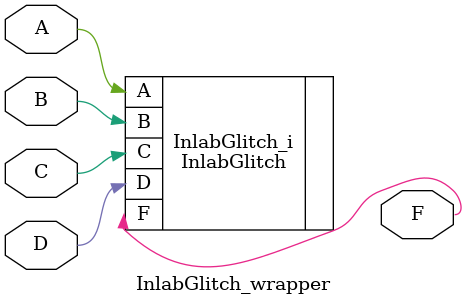
<source format=v>
`timescale 1 ps / 1 ps

module InlabGlitch_wrapper
   (A,
    B,
    C,
    D,
    F);
  input A;
  input B;
  input C;
  input D;
  output F;

  wire A;
  wire B;
  wire C;
  wire D;
  wire F;

  InlabGlitch InlabGlitch_i
       (.A(A),
        .B(B),
        .C(C),
        .D(D),
        .F(F));
endmodule

</source>
